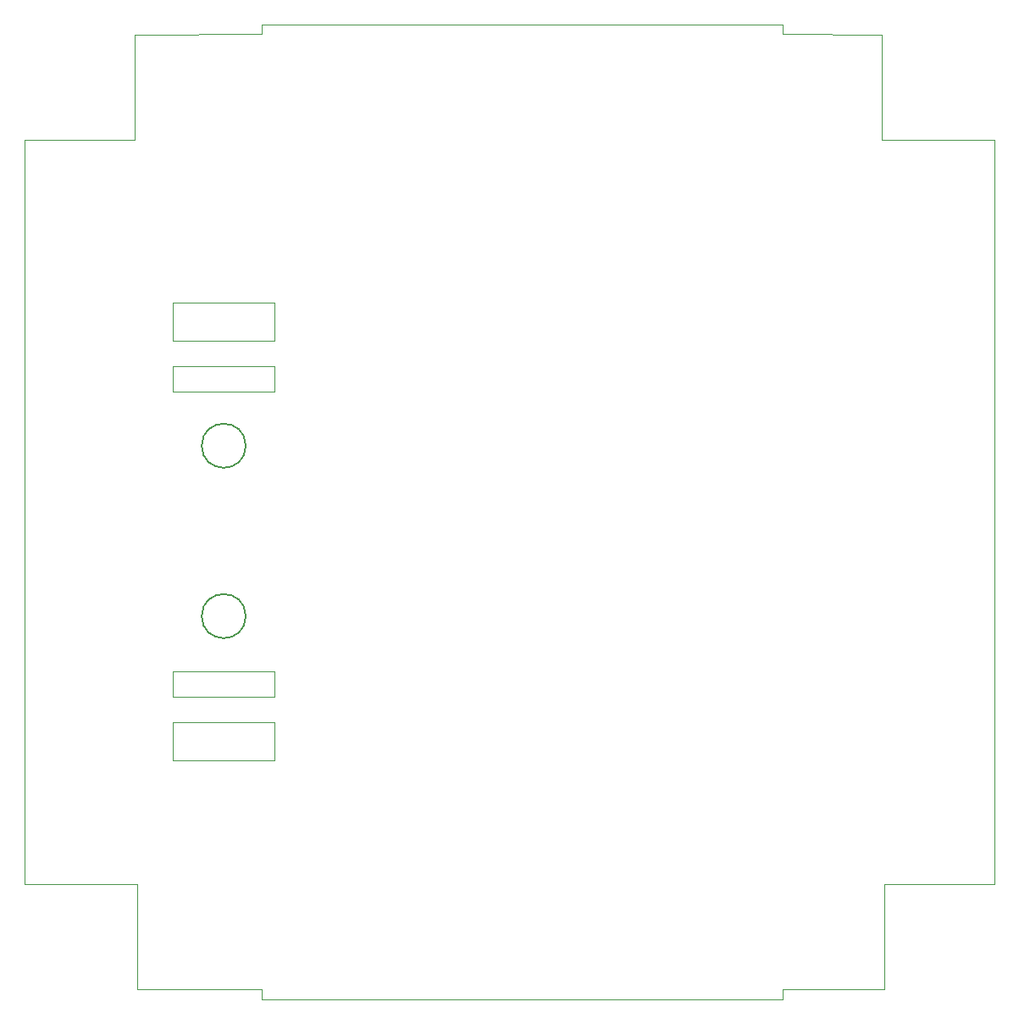
<source format=gm1>
%TF.GenerationSoftware,KiCad,Pcbnew,(6.0.5)*%
%TF.CreationDate,2022-07-09T16:09:43-07:00*%
%TF.ProjectId,solar-panel-side-Z-minus,736f6c61-722d-4706-916e-656c2d736964,rev?*%
%TF.SameCoordinates,Original*%
%TF.FileFunction,Profile,NP*%
%FSLAX46Y46*%
G04 Gerber Fmt 4.6, Leading zero omitted, Abs format (unit mm)*
G04 Created by KiCad (PCBNEW (6.0.5)) date 2022-07-09 16:09:43*
%MOMM*%
%LPD*%
G01*
G04 APERTURE LIST*
%TA.AperFunction,Profile*%
%ADD10C,0.050000*%
%TD*%
%TA.AperFunction,Profile*%
%ADD11C,0.150000*%
%TD*%
G04 APERTURE END LIST*
D10*
X110845600Y-142240000D02*
X123190000Y-142268000D01*
X175260000Y-45870000D02*
X175260000Y-46870000D01*
X123190000Y-45870000D02*
X175260000Y-45870000D01*
X123190000Y-143268000D02*
X123190000Y-142268000D01*
X175260000Y-142268000D02*
X185420000Y-142268000D01*
X175260000Y-143268000D02*
X123190000Y-143268000D01*
X175260000Y-142268000D02*
X175260000Y-143268000D01*
X175260000Y-46870000D02*
X185115200Y-46888400D01*
X110490000Y-46911200D02*
X123190000Y-46870000D01*
X185420000Y-131752400D02*
X196438000Y-131752400D01*
X123190000Y-46870000D02*
X123190000Y-45870000D01*
X196389200Y-57404000D02*
X196438000Y-131752400D01*
X99472000Y-57426800D02*
X99470000Y-131724400D01*
X124460000Y-119380000D02*
X124460000Y-115570000D01*
X114300000Y-77470000D02*
X124460000Y-77470000D01*
X124460000Y-82550000D02*
X124460000Y-80010000D01*
X124460000Y-80010000D02*
X114300000Y-80010000D01*
X124460000Y-113030000D02*
X114300000Y-113030000D01*
X114300000Y-80010000D02*
X114300000Y-82550000D01*
X114300000Y-115570000D02*
X114300000Y-119380000D01*
X114300000Y-119380000D02*
X124460000Y-119380000D01*
X114300000Y-73660000D02*
X114300000Y-77470000D01*
X114300000Y-82550000D02*
X124460000Y-82550000D01*
X114300000Y-113030000D02*
X114300000Y-110490000D01*
X124460000Y-110490000D02*
X124460000Y-113030000D01*
X124460000Y-73660000D02*
X114300000Y-73660000D01*
X114300000Y-110490000D02*
X124460000Y-110490000D01*
X124460000Y-77470000D02*
X124460000Y-73660000D01*
X124460000Y-115570000D02*
X114300000Y-115570000D01*
D11*
X121580000Y-104988000D02*
G75*
G03*
X121580000Y-104988000I-2200000J0D01*
G01*
D10*
X110744000Y-131724400D02*
X99470000Y-131724400D01*
X110744000Y-142240000D02*
X110845600Y-142240000D01*
X185115200Y-57404000D02*
X185115200Y-46888400D01*
X185115200Y-57404000D02*
X196389200Y-57404000D01*
X110490000Y-57426800D02*
X99472000Y-57426800D01*
X110490000Y-57426800D02*
X110490000Y-46911200D01*
X110744000Y-142240000D02*
X110744000Y-131724400D01*
X185420000Y-142268000D02*
X185420000Y-131752400D01*
D11*
X121580000Y-87970000D02*
G75*
G03*
X121580000Y-87970000I-2200000J0D01*
G01*
M02*

</source>
